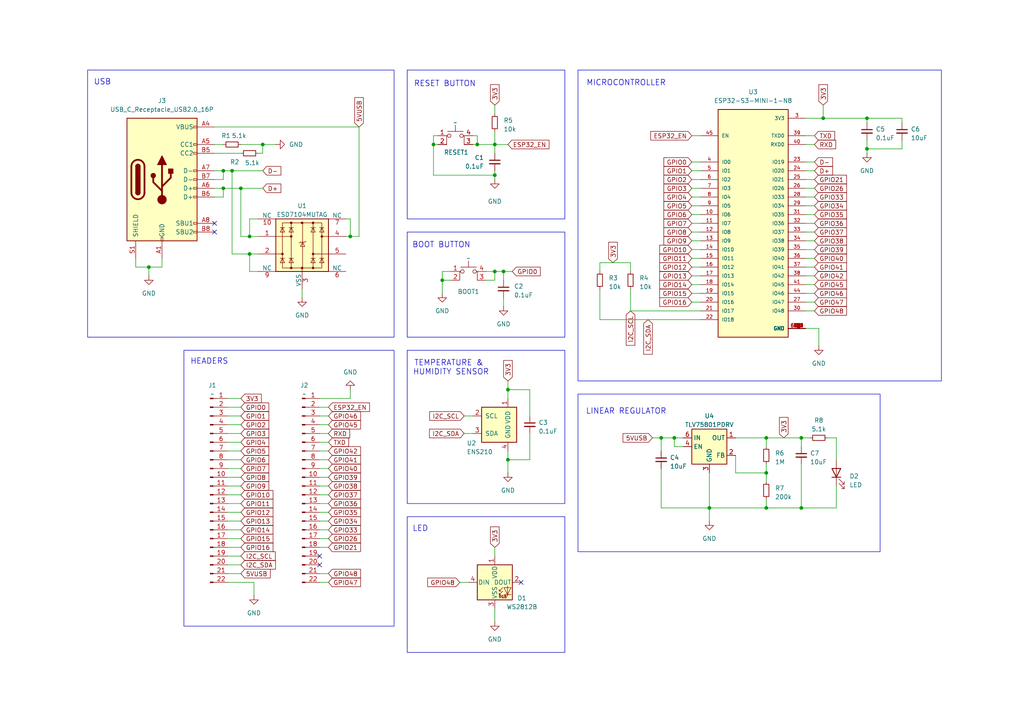
<source format=kicad_sch>
(kicad_sch (version 20231120) (generator "eeschema") (generator_version "8.0")
  (paper "A4")
  (title_block (title "Custom EPS32") (date "2025-02-02") (rev "0.1"))
  (lib_symbols
    (symbol "Connector:Conn_01x22_Pin" (pin_names (offset 1.016) hide)
      (property "Reference" "J" (at 0 27.94 0))
      (property "Value" "Conn_01x22_Pin" (at 0 -30.48 0))
      (symbol "Conn_01x22_Pin_1_1"
        (pin passive line (at 5.08 25.4 180) (length 3.81) (name "Pin_1") (number "1"))
        (pin passive line (at 5.08 2.54 180) (length 3.81) (name "Pin_10") (number "10"))
        (pin passive line (at 5.08 0 180) (length 3.81) (name "Pin_11") (number "11"))
        (pin passive line (at 5.08 -2.54 180) (length 3.81) (name "Pin_12") (number "12"))
        (pin passive line (at 5.08 -5.08 180) (length 3.81) (name "Pin_13") (number "13"))
        (pin passive line (at 5.08 -7.62 180) (length 3.81) (name "Pin_14") (number "14"))
        (pin passive line (at 5.08 -10.16 180) (length 3.81) (name "Pin_15") (number "15"))
        (pin passive line (at 5.08 -12.7 180) (length 3.81) (name "Pin_16") (number "16"))
        (pin passive line (at 5.08 -15.24 180) (length 3.81) (name "Pin_17") (number "17"))
        (pin passive line (at 5.08 -17.78 180) (length 3.81) (name "Pin_18") (number "18"))
        (pin passive line (at 5.08 -20.32 180) (length 3.81) (name "Pin_19") (number "19"))
        (pin passive line (at 5.08 22.86 180) (length 3.81) (name "Pin_2") (number "2"))
        (pin passive line (at 5.08 -22.86 180) (length 3.81) (name "Pin_20") (number "20"))
        (pin passive line (at 5.08 -25.4 180) (length 3.81) (name "Pin_21") (number "21"))
        (pin passive line (at 5.08 -27.94 180) (length 3.81) (name "Pin_22") (number "22"))
        (pin passive line (at 5.08 20.32 180) (length 3.81) (name "Pin_3") (number "3"))
        (pin passive line (at 5.08 17.78 180) (length 3.81) (name "Pin_4") (number "4"))
        (pin passive line (at 5.08 15.24 180) (length 3.81) (name "Pin_5") (number "5"))
        (pin passive line (at 5.08 12.7 180) (length 3.81) (name "Pin_6") (number "6"))
        (pin passive line (at 5.08 10.16 180) (length 3.81) (name "Pin_7") (number "7"))
        (pin passive line (at 5.08 7.62 180) (length 3.81) (name "Pin_8") (number "8"))
        (pin passive line (at 5.08 5.08 180) (length 3.81) (name "Pin_9") (number "9"))
      )
    )
    (symbol "Connector:USB_C_Receptacle_USB2.0_16P" (pin_names (offset 1.016))
      (property "Reference" "J" (at 0 22.225 0))
      (property "Value" "USB_C_Receptacle_USB2.0_16P" (at 0 19.685 0))
      (symbol "USB_C_Receptacle_USB2.0_16P_1_1"
        (pin passive line (at 0 -22.86 90) (length 5.08) (name "GND") (number "A1"))
        (pin passive line (at 0 -22.86 90) (length 5.08) hide (name "GND") (number "A12"))
        (pin passive line (at 15.24 15.24 180) (length 5.08) (name "VBUS") (number "A4"))
        (pin bidirectional line (at 15.24 10.16 180) (length 5.08) (name "CC1") (number "A5"))
        (pin bidirectional line (at 15.24 -2.54 180) (length 5.08) (name "D+") (number "A6"))
        (pin bidirectional line (at 15.24 2.54 180) (length 5.08) (name "D-") (number "A7"))
        (pin bidirectional line (at 15.24 -12.7 180) (length 5.08) (name "SBU1") (number "A8"))
        (pin passive line (at 15.24 15.24 180) (length 5.08) hide (name "VBUS") (number "A9"))
        (pin passive line (at 0 -22.86 90) (length 5.08) hide (name "GND") (number "B1"))
        (pin passive line (at 0 -22.86 90) (length 5.08) hide (name "GND") (number "B12"))
        (pin passive line (at 15.24 15.24 180) (length 5.08) hide (name "VBUS") (number "B4"))
        (pin bidirectional line (at 15.24 7.62 180) (length 5.08) (name "CC2") (number "B5"))
        (pin bidirectional line (at 15.24 -5.08 180) (length 5.08) (name "D+") (number "B6"))
        (pin bidirectional line (at 15.24 0 180) (length 5.08) (name "D-") (number "B7"))
        (pin bidirectional line (at 15.24 -15.24 180) (length 5.08) (name "SBU2") (number "B8"))
        (pin passive line (at 15.24 15.24 180) (length 5.08) hide (name "VBUS") (number "B9"))
        (pin passive line (at -7.62 -22.86 90) (length 5.08) (name "SHIELD") (number "S1"))
      )
    )
    (symbol "Device:C_Small" (pin_numbers hide) (pin_names (offset 0.254) hide)
      (property "Reference" "C" (at 0.254 1.778 0))
      (property "Value" "C_Small" (at 0.254 -2.032 0))
      (symbol "C_Small_1_1"
        (pin passive line (at 0 2.54 270) (length 2.032) (name "~") (number "1"))
        (pin passive line (at 0 -2.54 90) (length 2.032) (name "~") (number "2"))
      )
    )
    (symbol "Device:LED" (pin_numbers hide) (pin_names (offset 1.016) hide)
      (property "Reference" "D" (at 0 2.54 0))
      (property "Value" "LED" (at 0 -2.54 0))
      (symbol "LED_1_1"
        (pin passive line (at -3.81 0 0) (length 2.54) (name "K") (number "1"))
        (pin passive line (at 3.81 0 180) (length 2.54) (name "A") (number "2"))
      )
    )
    (symbol "Device:R_Small" (pin_numbers hide) (pin_names (offset 0.254) hide)
      (property "Reference" "R" (at 0.762 0.508 0))
      (property "Value" "R_Small" (at 0.762 -1.016 0))
      (symbol "R_Small_1_1"
        (pin passive line (at 0 2.54 270) (length 0.762) (name "~") (number "1"))
        (pin passive line (at 0 -2.54 90) (length 0.762) (name "~") (number "2"))
      )
    )
    (symbol "ESP32-S3-MINI-1-N8:ESP32-S3-MINI-1-N8" (pin_names (offset 1.016))
      (property "Reference" "U" (at -10.16 34.29 0))
      (property "Value" "ESP32-S3-MINI-1-N8" (at -10.16 -35.56 0))
      (symbol "ESP32-S3-MINI-1-N8_0_0"
        (pin power_in line (at 15.24 -30.48 180) (length 5.08) (name "GND") (number "1"))
        (pin bidirectional line (at -15.24 2.54 0) (length 5.08) (name "IO6") (number "10"))
        (pin bidirectional line (at -15.24 0 0) (length 5.08) (name "IO7") (number "11"))
        (pin bidirectional line (at -15.24 -2.54 0) (length 5.08) (name "IO8") (number "12"))
        (pin bidirectional line (at -15.24 -5.08 0) (length 5.08) (name "IO9") (number "13"))
        (pin bidirectional line (at -15.24 -7.62 0) (length 5.08) (name "IO10") (number "14"))
        (pin bidirectional line (at -15.24 -10.16 0) (length 5.08) (name "IO11") (number "15"))
        (pin bidirectional line (at -15.24 -12.7 0) (length 5.08) (name "IO12") (number "16"))
        (pin bidirectional line (at -15.24 -15.24 0) (length 5.08) (name "IO13") (number "17"))
        (pin bidirectional line (at -15.24 -17.78 0) (length 5.08) (name "IO14") (number "18"))
        (pin bidirectional line (at -15.24 -20.32 0) (length 5.08) (name "IO15") (number "19"))
        (pin power_in line (at 15.24 -30.48 180) (length 5.08) (name "GND") (number "2"))
        (pin bidirectional line (at -15.24 -22.86 0) (length 5.08) (name "IO16") (number "20"))
        (pin bidirectional line (at -15.24 -25.4 0) (length 5.08) (name "IO17") (number "21"))
        (pin bidirectional line (at -15.24 -27.94 0) (length 5.08) (name "IO18") (number "22"))
        (pin bidirectional line (at 15.24 17.78 180) (length 5.08) (name "IO19") (number "23"))
        (pin bidirectional line (at 15.24 15.24 180) (length 5.08) (name "IO20") (number "24"))
        (pin bidirectional line (at 15.24 12.7 180) (length 5.08) (name "IO21") (number "25"))
        (pin bidirectional line (at 15.24 10.16 180) (length 5.08) (name "IO26") (number "26"))
        (pin bidirectional line (at 15.24 -22.86 180) (length 5.08) (name "IO47") (number "27"))
        (pin bidirectional line (at 15.24 7.62 180) (length 5.08) (name "IO33") (number "28"))
        (pin bidirectional line (at 15.24 5.08 180) (length 5.08) (name "IO34") (number "29"))
        (pin power_in line (at 15.24 30.48 180) (length 5.08) (name "3V3") (number "3"))
        (pin bidirectional line (at 15.24 -25.4 180) (length 5.08) (name "IO48") (number "30"))
        (pin bidirectional line (at 15.24 2.54 180) (length 5.08) (name "IO35") (number "31"))
        (pin bidirectional line (at 15.24 0 180) (length 5.08) (name "IO36") (number "32"))
        (pin bidirectional line (at 15.24 -2.54 180) (length 5.08) (name "IO37") (number "33"))
        (pin bidirectional line (at 15.24 -5.08 180) (length 5.08) (name "IO38") (number "34"))
        (pin bidirectional line (at 15.24 -7.62 180) (length 5.08) (name "IO39") (number "35"))
        (pin bidirectional line (at 15.24 -10.16 180) (length 5.08) (name "IO40") (number "36"))
        (pin bidirectional line (at 15.24 -12.7 180) (length 5.08) (name "IO41") (number "37"))
        (pin bidirectional line (at 15.24 -15.24 180) (length 5.08) (name "IO42") (number "38"))
        (pin bidirectional line (at 15.24 25.4 180) (length 5.08) (name "TXD0") (number "39"))
        (pin bidirectional line (at -15.24 17.78 0) (length 5.08) (name "IO0") (number "4"))
        (pin bidirectional line (at 15.24 22.86 180) (length 5.08) (name "RXD0") (number "40"))
        (pin bidirectional line (at 15.24 -17.78 180) (length 5.08) (name "IO45") (number "41"))
        (pin power_in line (at 15.24 -30.48 180) (length 5.08) (name "GND") (number "42"))
        (pin power_in line (at 15.24 -30.48 180) (length 5.08) (name "GND") (number "43"))
        (pin bidirectional line (at 15.24 -20.32 180) (length 5.08) (name "IO46") (number "44"))
        (pin input line (at -15.24 25.4 0) (length 5.08) (name "EN") (number "45"))
        (pin power_in line (at 15.24 -30.48 180) (length 5.08) (name "GND") (number "46"))
        (pin power_in line (at 15.24 -30.48 180) (length 5.08) (name "GND") (number "47"))
        (pin power_in line (at 15.24 -30.48 180) (length 5.08) (name "GND") (number "48"))
        (pin power_in line (at 15.24 -30.48 180) (length 5.08) (name "GND") (number "49"))
        (pin bidirectional line (at -15.24 15.24 0) (length 5.08) (name "IO1") (number "5"))
        (pin power_in line (at 15.24 -30.48 180) (length 5.08) (name "GND") (number "50"))
        (pin power_in line (at 15.24 -30.48 180) (length 5.08) (name "GND") (number "51"))
        (pin power_in line (at 15.24 -30.48 180) (length 5.08) (name "GND") (number "52"))
        (pin power_in line (at 15.24 -30.48 180) (length 5.08) (name "GND") (number "53"))
        (pin power_in line (at 15.24 -30.48 180) (length 5.08) (name "GND") (number "54"))
        (pin power_in line (at 15.24 -30.48 180) (length 5.08) (name "GND") (number "55"))
        (pin power_in line (at 15.24 -30.48 180) (length 5.08) (name "GND") (number "56"))
        (pin power_in line (at 15.24 -30.48 180) (length 5.08) (name "GND") (number "57"))
        (pin power_in line (at 15.24 -30.48 180) (length 5.08) (name "GND") (number "58"))
        (pin power_in line (at 15.24 -30.48 180) (length 5.08) (name "GND") (number "59"))
        (pin bidirectional line (at -15.24 12.7 0) (length 5.08) (name "IO2") (number "6"))
        (pin power_in line (at 15.24 -30.48 180) (length 5.08) (name "GND") (number "60"))
        (pin power_in line (at 15.24 -30.48 180) (length 5.08) (name "GND") (number "61"))
        (pin power_in line (at 15.24 -30.48 180) (length 5.08) (name "GND") (number "61_1"))
        (pin power_in line (at 15.24 -30.48 180) (length 5.08) (name "GND") (number "61_2"))
        (pin power_in line (at 15.24 -30.48 180) (length 5.08) (name "GND") (number "61_3"))
        (pin power_in line (at 15.24 -30.48 180) (length 5.08) (name "GND") (number "61_4"))
        (pin power_in line (at 15.24 -30.48 180) (length 5.08) (name "GND") (number "61_5"))
        (pin power_in line (at 15.24 -30.48 180) (length 5.08) (name "GND") (number "61_6"))
        (pin power_in line (at 15.24 -30.48 180) (length 5.08) (name "GND") (number "61_7"))
        (pin power_in line (at 15.24 -30.48 180) (length 5.08) (name "GND") (number "61_8"))
        (pin power_in line (at 15.24 -30.48 180) (length 5.08) (name "GND") (number "62"))
        (pin power_in line (at 15.24 -30.48 180) (length 5.08) (name "GND") (number "63"))
        (pin power_in line (at 15.24 -30.48 180) (length 5.08) (name "GND") (number "64"))
        (pin power_in line (at 15.24 -30.48 180) (length 5.08) (name "GND") (number "65"))
        (pin bidirectional line (at -15.24 10.16 0) (length 5.08) (name "IO3") (number "7"))
        (pin bidirectional line (at -15.24 7.62 0) (length 5.08) (name "IO4") (number "8"))
        (pin bidirectional line (at -15.24 5.08 0) (length 5.08) (name "IO5") (number "9"))
      )
    )
    (symbol "GND_1" (power) (pin_numbers hide) (pin_names (offset 0) hide)
      (property "Value" "GND" (at 0 -3.81 0))
      (symbol "GND_1_1_1"
        (pin power_in line (at 0 0 270) (length 0) (name "~") (number "1"))
      )
    )
    (symbol "GND_2" (power) (pin_numbers hide) (pin_names (offset 0) hide)
      (property "Value" "GND" (at 0 -3.81 0))
      (symbol "GND_2_1_1"
        (pin power_in line (at 0 0 270) (length 0) (name "~") (number "1"))
      )
    )
    (symbol "GND_3" (power) (pin_numbers hide) (pin_names (offset 0) hide)
      (property "Value" "GND" (at 0 -3.81 0))
      (symbol "GND_3_1_1"
        (pin power_in line (at 0 0 270) (length 0) (name "~") (number "1"))
      )
    )
    (symbol "LED:WS2812B" (pin_names (offset 0.254))
      (property "Reference" "D" (at 5.08 5.715 0))
      (property "Value" "WS2812B" (at 1.27 -5.715 0))
      (symbol "WS2812B_0_0"
        (text "RGB" (at 2.286 -4.191 0) (effects (font (size 0.762 0.762))))
      )
      (symbol "WS2812B_1_1"
        (pin power_in line (at 0 7.62 270) (length 2.54) (name "VDD") (number "1"))
        (pin output line (at 7.62 0 180) (length 2.54) (name "DOUT") (number "2"))
        (pin power_in line (at 0 -7.62 90) (length 2.54) (name "VSS") (number "3"))
        (pin input line (at -7.62 0 0) (length 2.54) (name "DIN") (number "4"))
      )
    )
    (symbol "Power_Protection:D3V3XA4B10LP" (pin_names (offset 0))
      (property "Reference" "U" (at -0.635 8.89 0))
      (property "Value" "D3V3XA4B10LP" (at 8.89 -10.16 0))
      (symbol "D3V3XA4B10LP_1_1"
        (pin passive line (at -12.7 2.54 0) (length 5.08) (name "~") (number "1"))
        (pin free line (at -12.7 7.62 0) (length 5.08) (name "NC") (number "10"))
        (pin passive line (at -12.7 -2.54 0) (length 5.08) (name "~") (number "2"))
        (pin power_in line (at 0 -12.7 90) (length 5.08) (name "VSS") (number "3"))
        (pin passive line (at 12.7 2.54 180) (length 5.08) (name "~") (number "4"))
        (pin passive line (at 12.7 -2.54 180) (length 5.08) (name "~") (number "5"))
        (pin free line (at 12.7 -7.62 180) (length 5.08) (name "NC") (number "6"))
        (pin free line (at 12.7 7.62 180) (length 5.08) (name "NC") (number "7"))
        (pin passive line (at 0 -12.7 90) (length 5.08) hide (name "VSS") (number "8"))
        (pin free line (at -12.7 -7.62 0) (length 5.08) (name "NC") (number "9"))
      )
    )
    (symbol "Regulator_Linear:TLV75801PDRV"
      (property "Reference" "U" (at -3.81 6.35 0))
      (property "Value" "TLV75801PDRV" (at 0 6.35 0))
      (symbol "TLV75801PDRV_1_1"
        (pin power_out line (at 7.62 2.54 180) (length 2.54) (name "OUT") (number "1"))
        (pin input line (at 7.62 -2.54 180) (length 2.54) (name "FB") (number "2"))
        (pin power_in line (at 0 -7.62 90) (length 2.54) (name "GND") (number "3"))
        (pin input line (at -7.62 0 0) (length 2.54) (name "EN") (number "4"))
        (pin no_connect line (at 5.08 0 180) (length 2.54) hide (name "DNC") (number "5"))
        (pin power_in line (at -7.62 2.54 0) (length 2.54) (name "IN") (number "6"))
        (pin passive line (at 0 -7.62 90) (length 2.54) hide (name "GND") (number "7"))
      )
    )
    (symbol "Sensor_Humidity:ENS210" (pin_names (offset 1.016))
      (property "Reference" "U" (at -7.62 10.16 0))
      (property "Value" "ENS210" (at -7.62 7.62 0))
      (symbol "ENS210_1_1"
        (pin power_in line (at 2.54 7.62 270) (length 2.54) (name "VDD") (number "1"))
        (pin input line (at -7.62 2.54 0) (length 2.54) (name "SCL") (number "2"))
        (pin bidirectional line (at -7.62 -2.54 0) (length 2.54) (name "SDA") (number "3"))
        (pin power_in line (at 2.54 -7.62 90) (length 2.54) (name "GND") (number "4"))
        (pin passive line (at 2.54 -7.62 90) (length 2.54) hide (name "GND") (number "5"))
      )
    )
    (symbol "Switch:SW_MEC_5E" (pin_names (offset 1.016) hide)
      (property "Reference" "SW" (at 0.635 5.715 0))
      (property "Value" "SW_MEC_5E" (at 0 -3.175 0))
      (symbol "SW_MEC_5E_0_1"
        (pin passive line (at -5.08 2.54 0) (length 2.54) (name "1") (number "1"))
        (pin passive line (at -5.08 0 0) (length 2.54) (name "2") (number "2"))
        (pin passive line (at 5.08 0 180) (length 2.54) (name "K") (number "3"))
        (pin passive line (at 5.08 2.54 180) (length 2.54) (name "A") (number "4"))
      )
    )
  )
  (junction (at 147.32 113.03))
  (junction (at 76.2 41.91))
  (junction (at 69.85 54.61))
  (junction (at 125.73 41.91))
  (junction (at 138.43 41.91))
  (junction (at 195.58 127))
  (junction (at 205.74 147.32))
  (junction (at 64.77 49.53))
  (junction (at 232.41 127))
  (junction (at 143.51 78.74))
  (junction (at 101.6 68.58))
  (junction (at 222.25 137.16))
  (junction (at 222.25 127))
  (junction (at 67.31 49.53))
  (junction (at 72.39 68.58))
  (junction (at 146.05 78.74))
  (junction (at 232.41 147.32))
  (junction (at 64.77 54.61))
  (junction (at 143.51 50.8))
  (junction (at 222.25 147.32))
  (junction (at 43.18 77.47))
  (junction (at 147.32 133.35))
  (junction (at 238.76 34.29))
  (junction (at 143.51 41.91))
  (junction (at 128.27 81.28))
  (junction (at 251.46 43.18))
  (junction (at 191.77 127))
  (junction (at 251.46 34.29))
  (junction (at 72.39 73.66))
  (no_connect (at 151.13 168.91))
  (no_connect (at 62.23 67.31))
  (no_connect (at 62.23 64.77))
  (no_connect (at 92.71 163.83))
  (no_connect (at 92.71 161.29))
  (wire (pts (xy 92.71 148.59) (xy 95.25 148.59)))
  (wire (pts (xy 66.04 153.67) (xy 69.85 153.67)))
  (wire (pts (xy 200.66 52.07) (xy 203.2 52.07)))
  (wire (pts (xy 238.76 30.48) (xy 238.76 34.29)))
  (wire (pts (xy 233.68 95.25) (xy 237.49 95.25)))
  (wire (pts (xy 191.77 127) (xy 195.58 127)))
  (wire (pts (xy 92.71 133.35) (xy 95.25 133.35)))
  (wire (pts (xy 146.05 86.36) (xy 146.05 88.9)))
  (wire (pts (xy 238.76 34.29) (xy 251.46 34.29)))
  (wire (pts (xy 92.71 156.21) (xy 95.25 156.21)))
  (wire (pts (xy 62.23 57.15) (xy 64.77 57.15)))
  (wire (pts (xy 173.99 76.2) (xy 182.88 76.2)))
  (wire (pts (xy 92.71 151.13) (xy 95.25 151.13)))
  (wire (pts (xy 76.2 44.45) (xy 76.2 41.91)))
  (wire (pts (xy 92.71 138.43) (xy 95.25 138.43)))
  (wire (pts (xy 205.74 147.32) (xy 222.25 147.32)))
  (wire (pts (xy 240.03 127) (xy 242.57 127)))
  (wire (pts (xy 76.2 41.91) (xy 80.01 41.91)))
  (wire (pts (xy 66.04 130.81) (xy 69.85 130.81)))
  (wire (pts (xy 205.74 147.32) (xy 205.74 151.13)))
  (wire (pts (xy 261.62 35.56) (xy 261.62 34.29)))
  (wire (pts (xy 64.77 54.61) (xy 69.85 54.61)))
  (wire (pts (xy 200.66 82.55) (xy 203.2 82.55)))
  (wire (pts (xy 222.25 144.78) (xy 222.25 147.32)))
  (wire (pts (xy 62.23 41.91) (xy 64.77 41.91)))
  (wire (pts (xy 222.25 137.16) (xy 222.25 139.7)))
  (wire (pts (xy 182.88 76.2) (xy 182.88 78.74)))
  (wire (pts (xy 143.51 38.1) (xy 143.51 41.91)))
  (wire (pts (xy 173.99 92.71) (xy 203.2 92.71)))
  (wire (pts (xy 233.68 74.93) (xy 236.22 74.93)))
  (wire (pts (xy 233.68 69.85) (xy 236.22 69.85)))
  (wire (pts (xy 222.25 134.62) (xy 222.25 137.16)))
  (wire (pts (xy 143.51 49.53) (xy 143.51 50.8)))
  (wire (pts (xy 137.16 39.37) (xy 138.43 39.37)))
  (wire (pts (xy 251.46 34.29) (xy 261.62 34.29)))
  (wire (pts (xy 67.31 73.66) (xy 72.39 73.66)))
  (wire (pts (xy 66.04 125.73) (xy 69.85 125.73)))
  (wire (pts (xy 140.97 81.28) (xy 143.51 81.28)))
  (wire (pts (xy 137.16 41.91) (xy 138.43 41.91)))
  (wire (pts (xy 64.77 57.15) (xy 64.77 54.61)))
  (wire (pts (xy 233.68 87.63) (xy 236.22 87.63)))
  (wire (pts (xy 92.71 143.51) (xy 95.25 143.51)))
  (wire (pts (xy 233.68 82.55) (xy 236.22 82.55)))
  (wire (pts (xy 92.71 158.75) (xy 95.25 158.75)))
  (wire (pts (xy 39.37 74.93) (xy 39.37 77.47)))
  (wire (pts (xy 200.66 57.15) (xy 203.2 57.15)))
  (wire (pts (xy 66.04 133.35) (xy 69.85 133.35)))
  (wire (pts (xy 62.23 49.53) (xy 64.77 49.53)))
  (wire (pts (xy 200.66 39.37) (xy 203.2 39.37)))
  (wire (pts (xy 146.05 81.28) (xy 146.05 78.74)))
  (wire (pts (xy 213.36 137.16) (xy 222.25 137.16)))
  (wire (pts (xy 92.71 166.37) (xy 95.25 166.37)))
  (wire (pts (xy 233.68 80.01) (xy 236.22 80.01)))
  (wire (pts (xy 46.99 74.93) (xy 46.99 77.47)))
  (wire (pts (xy 222.25 127) (xy 232.41 127)))
  (wire (pts (xy 130.81 78.74) (xy 128.27 78.74)))
  (wire (pts (xy 73.66 168.91) (xy 73.66 172.72)))
  (wire (pts (xy 200.66 77.47) (xy 203.2 77.47)))
  (wire (pts (xy 62.23 44.45) (xy 69.85 44.45)))
  (wire (pts (xy 66.04 138.43) (xy 69.85 138.43)))
  (wire (pts (xy 153.67 133.35) (xy 147.32 133.35)))
  (wire (pts (xy 101.6 63.5) (xy 101.6 68.58)))
  (wire (pts (xy 200.66 49.53) (xy 203.2 49.53)))
  (wire (pts (xy 222.25 127) (xy 222.25 129.54)))
  (wire (pts (xy 147.32 113.03) (xy 147.32 115.57)))
  (wire (pts (xy 182.88 90.17) (xy 203.2 90.17)))
  (wire (pts (xy 251.46 43.18) (xy 251.46 44.45)))
  (wire (pts (xy 233.68 67.31) (xy 236.22 67.31)))
  (wire (pts (xy 153.67 125.73) (xy 153.67 133.35)))
  (wire (pts (xy 200.66 54.61) (xy 203.2 54.61)))
  (wire (pts (xy 200.66 87.63) (xy 203.2 87.63)))
  (wire (pts (xy 69.85 41.91) (xy 76.2 41.91)))
  (wire (pts (xy 66.04 140.97) (xy 69.85 140.97)))
  (wire (pts (xy 200.66 69.85) (xy 203.2 69.85)))
  (wire (pts (xy 147.32 130.81) (xy 147.32 133.35)))
  (wire (pts (xy 92.71 140.97) (xy 95.25 140.97)))
  (wire (pts (xy 233.68 41.91) (xy 236.22 41.91)))
  (wire (pts (xy 125.73 41.91) (xy 127 41.91)))
  (wire (pts (xy 66.04 143.51) (xy 69.85 143.51)))
  (wire (pts (xy 66.04 163.83) (xy 69.85 163.83)))
  (wire (pts (xy 200.66 46.99) (xy 203.2 46.99)))
  (wire (pts (xy 200.66 80.01) (xy 203.2 80.01)))
  (wire (pts (xy 233.68 85.09) (xy 236.22 85.09)))
  (wire (pts (xy 66.04 156.21) (xy 69.85 156.21)))
  (wire (pts (xy 66.04 148.59) (xy 69.85 148.59)))
  (wire (pts (xy 64.77 49.53) (xy 67.31 49.53)))
  (wire (pts (xy 143.51 176.53) (xy 143.51 180.34)))
  (wire (pts (xy 195.58 129.54) (xy 195.58 127)))
  (wire (pts (xy 143.51 33.02) (xy 143.51 30.48)))
  (wire (pts (xy 101.6 113.03) (xy 101.6 115.57)))
  (wire (pts (xy 104.14 36.83) (xy 104.14 68.58)))
  (wire (pts (xy 138.43 41.91) (xy 143.51 41.91)))
  (wire (pts (xy 101.6 63.5) (xy 100.33 63.5)))
  (wire (pts (xy 233.68 90.17) (xy 236.22 90.17)))
  (wire (pts (xy 66.04 151.13) (xy 69.85 151.13)))
  (wire (pts (xy 125.73 39.37) (xy 125.73 41.91)))
  (wire (pts (xy 67.31 73.66) (xy 67.31 49.53)))
  (wire (pts (xy 146.05 78.74) (xy 148.59 78.74)))
  (wire (pts (xy 66.04 115.57) (xy 69.85 115.57)))
  (wire (pts (xy 200.66 59.69) (xy 203.2 59.69)))
  (wire (pts (xy 233.68 34.29) (xy 238.76 34.29)))
  (wire (pts (xy 198.12 129.54) (xy 195.58 129.54)))
  (wire (pts (xy 128.27 81.28) (xy 128.27 85.09)))
  (wire (pts (xy 200.66 72.39) (xy 203.2 72.39)))
  (wire (pts (xy 200.66 74.93) (xy 203.2 74.93)))
  (wire (pts (xy 92.71 120.65) (xy 95.25 120.65)))
  (wire (pts (xy 233.68 64.77) (xy 236.22 64.77)))
  (wire (pts (xy 200.66 64.77) (xy 203.2 64.77)))
  (wire (pts (xy 233.68 77.47) (xy 236.22 77.47)))
  (wire (pts (xy 134.62 125.73) (xy 137.16 125.73)))
  (wire (pts (xy 146.05 78.74) (xy 143.51 78.74)))
  (wire (pts (xy 134.62 120.65) (xy 137.16 120.65)))
  (wire (pts (xy 232.41 147.32) (xy 242.57 147.32)))
  (wire (pts (xy 92.71 123.19) (xy 95.25 123.19)))
  (wire (pts (xy 191.77 147.32) (xy 191.77 135.89)))
  (wire (pts (xy 232.41 134.62) (xy 232.41 147.32)))
  (wire (pts (xy 74.93 44.45) (xy 76.2 44.45)))
  (wire (pts (xy 100.33 68.58) (xy 101.6 68.58)))
  (wire (pts (xy 233.68 57.15) (xy 236.22 57.15)))
  (wire (pts (xy 66.04 135.89) (xy 69.85 135.89)))
  (wire (pts (xy 173.99 83.82) (xy 173.99 92.71)))
  (wire (pts (xy 251.46 35.56) (xy 251.46 34.29)))
  (wire (pts (xy 128.27 81.28) (xy 130.81 81.28)))
  (wire (pts (xy 173.99 76.2) (xy 173.99 78.74)))
  (wire (pts (xy 74.93 63.5) (xy 72.39 63.5)))
  (wire (pts (xy 39.37 77.47) (xy 43.18 77.47)))
  (wire (pts (xy 66.04 118.11) (xy 69.85 118.11)))
  (wire (pts (xy 242.57 140.97) (xy 242.57 147.32)))
  (wire (pts (xy 92.71 128.27) (xy 95.25 128.27)))
  (wire (pts (xy 222.25 127) (xy 213.36 127)))
  (wire (pts (xy 66.04 146.05) (xy 69.85 146.05)))
  (wire (pts (xy 189.23 127) (xy 191.77 127)))
  (wire (pts (xy 72.39 78.74) (xy 72.39 73.66)))
  (wire (pts (xy 153.67 113.03) (xy 147.32 113.03)))
  (wire (pts (xy 232.41 127) (xy 234.95 127)))
  (wire (pts (xy 233.68 52.07) (xy 236.22 52.07)))
  (wire (pts (xy 191.77 147.32) (xy 205.74 147.32)))
  (wire (pts (xy 205.74 137.16) (xy 205.74 147.32)))
  (wire (pts (xy 62.23 52.07) (xy 64.77 52.07)))
  (wire (pts (xy 233.68 62.23) (xy 236.22 62.23)))
  (wire (pts (xy 232.41 129.54) (xy 232.41 127)))
  (wire (pts (xy 69.85 68.58) (xy 72.39 68.58)))
  (wire (pts (xy 147.32 133.35) (xy 147.32 137.16)))
  (wire (pts (xy 66.04 128.27) (xy 69.85 128.27)))
  (wire (pts (xy 43.18 80.01) (xy 43.18 77.47)))
  (wire (pts (xy 92.71 125.73) (xy 95.25 125.73)))
  (wire (pts (xy 92.71 115.57) (xy 101.6 115.57)))
  (wire (pts (xy 143.51 50.8) (xy 143.51 52.07)))
  (wire (pts (xy 143.51 81.28) (xy 143.51 78.74)))
  (wire (pts (xy 69.85 54.61) (xy 76.2 54.61)))
  (wire (pts (xy 200.66 62.23) (xy 203.2 62.23)))
  (wire (pts (xy 127 39.37) (xy 125.73 39.37)))
  (wire (pts (xy 138.43 39.37) (xy 138.43 41.91)))
  (wire (pts (xy 233.68 46.99) (xy 236.22 46.99)))
  (wire (pts (xy 140.97 78.74) (xy 143.51 78.74)))
  (wire (pts (xy 72.39 63.5) (xy 72.39 68.58)))
  (wire (pts (xy 66.04 120.65) (xy 69.85 120.65)))
  (wire (pts (xy 92.71 135.89) (xy 95.25 135.89)))
  (wire (pts (xy 125.73 50.8) (xy 125.73 41.91)))
  (wire (pts (xy 233.68 59.69) (xy 236.22 59.69)))
  (wire (pts (xy 242.57 127) (xy 242.57 133.35)))
  (wire (pts (xy 233.68 49.53) (xy 236.22 49.53)))
  (wire (pts (xy 66.04 166.37) (xy 69.85 166.37)))
  (wire (pts (xy 74.93 68.58) (xy 72.39 68.58)))
  (wire (pts (xy 66.04 168.91) (xy 73.66 168.91)))
  (wire (pts (xy 143.51 161.29) (xy 143.51 158.75)))
  (wire (pts (xy 200.66 85.09) (xy 203.2 85.09)))
  (wire (pts (xy 87.63 83.82) (xy 87.63 86.36)))
  (wire (pts (xy 92.71 118.11) (xy 95.25 118.11)))
  (wire (pts (xy 92.71 146.05) (xy 95.25 146.05)))
  (wire (pts (xy 92.71 168.91) (xy 95.25 168.91)))
  (wire (pts (xy 62.23 36.83) (xy 104.14 36.83)))
  (wire (pts (xy 191.77 127) (xy 191.77 130.81)))
  (wire (pts (xy 195.58 127) (xy 198.12 127)))
  (wire (pts (xy 74.93 78.74) (xy 72.39 78.74)))
  (wire (pts (xy 67.31 49.53) (xy 76.2 49.53)))
  (wire (pts (xy 66.04 123.19) (xy 69.85 123.19)))
  (wire (pts (xy 72.39 73.66) (xy 74.93 73.66)))
  (wire (pts (xy 128.27 78.74) (xy 128.27 81.28)))
  (wire (pts (xy 143.51 41.91) (xy 143.51 44.45)))
  (wire (pts (xy 62.23 54.61) (xy 64.77 54.61)))
  (wire (pts (xy 200.66 67.31) (xy 203.2 67.31)))
  (wire (pts (xy 147.32 110.49) (xy 147.32 113.03)))
  (wire (pts (xy 104.14 68.58) (xy 101.6 68.58)))
  (wire (pts (xy 251.46 40.64) (xy 251.46 43.18)))
  (wire (pts (xy 233.68 39.37) (xy 236.22 39.37)))
  (wire (pts (xy 143.51 50.8) (xy 125.73 50.8)))
  (wire (pts (xy 261.62 40.64) (xy 261.62 43.18)))
  (wire (pts (xy 92.71 130.81) (xy 95.25 130.81)))
  (wire (pts (xy 69.85 54.61) (xy 69.85 68.58)))
  (wire (pts (xy 237.49 95.25) (xy 237.49 100.33)))
  (wire (pts (xy 153.67 120.65) (xy 153.67 113.03)))
  (wire (pts (xy 133.35 168.91) (xy 135.89 168.91)))
  (wire (pts (xy 66.04 158.75) (xy 69.85 158.75)))
  (wire (pts (xy 92.71 153.67) (xy 95.25 153.67)))
  (wire (pts (xy 261.62 43.18) (xy 251.46 43.18)))
  (wire (pts (xy 143.51 41.91) (xy 147.32 41.91)))
  (wire (pts (xy 66.04 161.29) (xy 69.85 161.29)))
  (wire (pts (xy 222.25 147.32) (xy 232.41 147.32)))
  (wire (pts (xy 213.36 132.08) (xy 213.36 137.16)))
  (wire (pts (xy 233.68 54.61) (xy 236.22 54.61)))
  (wire (pts (xy 46.99 77.47) (xy 43.18 77.47)))
  (wire (pts (xy 182.88 83.82) (xy 182.88 90.17)))
  (wire (pts (xy 233.68 72.39) (xy 236.22 72.39)))
  (wire (pts (xy 64.77 52.07) (xy 64.77 49.53)))
  (rectangle (start 25.4 20.32) (end 114.3 97.79))
  (rectangle (start 118.11 67.31) (end 163.83 97.79))
  (rectangle (start 118.11 20.32) (end 163.83 63.5))
  (rectangle (start 118.11 101.6) (end 163.83 146.05))
  (rectangle (start 167.64 20.32) (end 273.05 110.49))
  (rectangle (start 118.11 149.86) (end 163.83 189.23))
  (rectangle (start 167.64 114.3) (end 255.27 160.02))
  (rectangle (start 53.34 101.6) (end 114.3 181.61))
  (text "RESET BUTTON" (at 129.032 24.384 0) (effects (font (size 1.6256 1.6256))))
  (text "MICROCONTROLLER" (at 181.61 24.13 0) (effects (font (size 1.6256 1.6256))))
  (text "LINEAR REGULATOR\n" (at 181.61 119.38 0) (effects (font (size 1.6256 1.6256))))
  (text "LED" (at 121.92 153.416 0) (effects (font (size 1.6256 1.6256))))
  (text "BOOT BUTTON" (at 128.016 71.12 0) (effects (font (size 1.6256 1.6256))))
  (text "TEMPERATURE & \nHUMIDITY SENSOR\n" (at 130.81 106.68 0) (effects (font (size 1.6256 1.6256))))
  (text "HEADERS\n" (at 60.706 104.902 0) (effects (font (size 1.6256 1.6256))))
  (text "USB" (at 29.718 23.876 0) (effects (font (size 1.6256 1.6256))))
  (global_label "GPIO16" (shape input) (at 69.85 158.75 0) (property "Intersheetrefs" "${INTERSHEET_REFS}" (effects (hide yes))))
  (global_label "GPIO8" (shape input) (at 200.66 67.31 180) (property "Intersheetrefs" "${INTERSHEET_REFS}" (effects (hide yes))))
  (global_label "3V3" (shape input) (at 143.51 30.48 90) (property "Intersheetrefs" "${INTERSHEET_REFS}" (effects (hide yes))))
  (global_label "RXD" (shape input) (at 236.22 41.91 0) (property "Intersheetrefs" "${INTERSHEET_REFS}" (effects (hide yes))))
  (global_label "GPIO0" (shape input) (at 69.85 118.11 0) (property "Intersheetrefs" "${INTERSHEET_REFS}" (effects (hide yes))))
  (global_label "GPIO9" (shape input) (at 69.85 140.97 0) (property "Intersheetrefs" "${INTERSHEET_REFS}" (effects (hide yes))))
  (global_label "3V3" (shape input) (at 143.51 158.75 90) (property "Intersheetrefs" "${INTERSHEET_REFS}" (effects (hide yes))))
  (global_label "RXD" (shape input) (at 95.25 125.73 0) (property "Intersheetrefs" "${INTERSHEET_REFS}" (effects (hide yes))))
  (global_label "GPIO42" (shape input) (at 236.22 80.01 0) (property "Intersheetrefs" "${INTERSHEET_REFS}" (effects (hide yes))))
  (global_label "GPIO42" (shape input) (at 95.25 130.81 0) (property "Intersheetrefs" "${INTERSHEET_REFS}" (effects (hide yes))))
  (global_label "D+" (shape input) (at 76.2 54.61 0) (property "Intersheetrefs" "${INTERSHEET_REFS}" (effects (hide yes))))
  (global_label "D+" (shape input) (at 236.22 49.53 0) (property "Intersheetrefs" "${INTERSHEET_REFS}" (effects (hide yes))))
  (global_label "GPIO4" (shape input) (at 200.66 57.15 180) (property "Intersheetrefs" "${INTERSHEET_REFS}" (effects (hide yes))))
  (global_label "I2C_SDA" (shape input) (at 134.62 125.73 180) (property "Intersheetrefs" "${INTERSHEET_REFS}" (effects (hide yes))))
  (global_label "I2C_SCL" (shape input) (at 182.88 90.17 270) (property "Intersheetrefs" "${INTERSHEET_REFS}" (effects (hide yes))))
  (global_label "GPIO21" (shape input) (at 95.25 158.75 0) (property "Intersheetrefs" "${INTERSHEET_REFS}" (effects (hide yes))))
  (global_label "GPIO1" (shape input) (at 200.66 49.53 180) (property "Intersheetrefs" "${INTERSHEET_REFS}" (effects (hide yes))))
  (global_label "GPIO1" (shape input) (at 69.85 120.65 0) (property "Intersheetrefs" "${INTERSHEET_REFS}" (effects (hide yes))))
  (global_label "5VUSB" (shape input) (at 69.85 166.37 0) (property "Intersheetrefs" "${INTERSHEET_REFS}" (effects (hide yes))))
  (global_label "D-" (shape input) (at 236.22 46.99 0) (property "Intersheetrefs" "${INTERSHEET_REFS}" (effects (hide yes))))
  (global_label "GPIO35" (shape input) (at 236.22 62.23 0) (property "Intersheetrefs" "${INTERSHEET_REFS}" (effects (hide yes))))
  (global_label "GPIO41" (shape input) (at 95.25 133.35 0) (property "Intersheetrefs" "${INTERSHEET_REFS}" (effects (hide yes))))
  (global_label "GPIO2" (shape input) (at 69.85 123.19 0) (property "Intersheetrefs" "${INTERSHEET_REFS}" (effects (hide yes))))
  (global_label "ESP32_EN" (shape input) (at 95.25 118.11 0) (property "Intersheetrefs" "${INTERSHEET_REFS}" (effects (hide yes))))
  (global_label "3V3" (shape input) (at 238.76 30.48 90) (property "Intersheetrefs" "${INTERSHEET_REFS}" (effects (hide yes))))
  (global_label "GPIO7" (shape input) (at 69.85 135.89 0) (property "Intersheetrefs" "${INTERSHEET_REFS}" (effects (hide yes))))
  (global_label "GPIO41" (shape input) (at 236.22 77.47 0) (property "Intersheetrefs" "${INTERSHEET_REFS}" (effects (hide yes))))
  (global_label "GPIO40" (shape input) (at 95.25 135.89 0) (property "Intersheetrefs" "${INTERSHEET_REFS}" (effects (hide yes))))
  (global_label "GPIO48" (shape input) (at 95.25 166.37 0) (property "Intersheetrefs" "${INTERSHEET_REFS}" (effects (hide yes))))
  (global_label "GPIO36" (shape input) (at 95.25 146.05 0) (property "Intersheetrefs" "${INTERSHEET_REFS}" (effects (hide yes))))
  (global_label "GPIO21" (shape input) (at 236.22 52.07 0) (property "Intersheetrefs" "${INTERSHEET_REFS}" (effects (hide yes))))
  (global_label "GPIO34" (shape input) (at 236.22 59.69 0) (property "Intersheetrefs" "${INTERSHEET_REFS}" (effects (hide yes))))
  (global_label "GPIO6" (shape input) (at 69.85 133.35 0) (property "Intersheetrefs" "${INTERSHEET_REFS}" (effects (hide yes))))
  (global_label "GPIO45" (shape input) (at 95.25 123.19 0) (property "Intersheetrefs" "${INTERSHEET_REFS}" (effects (hide yes))))
  (global_label "GPIO2" (shape input) (at 200.66 52.07 180) (property "Intersheetrefs" "${INTERSHEET_REFS}" (effects (hide yes))))
  (global_label "GPIO10" (shape input) (at 69.85 143.51 0) (property "Intersheetrefs" "${INTERSHEET_REFS}" (effects (hide yes))))
  (global_label "GPIO11" (shape input) (at 69.85 146.05 0) (property "Intersheetrefs" "${INTERSHEET_REFS}" (effects (hide yes))))
  (global_label "GPIO37" (shape input) (at 95.25 143.51 0) (property "Intersheetrefs" "${INTERSHEET_REFS}" (effects (hide yes))))
  (global_label "D-" (shape input) (at 76.2 49.53 0) (property "Intersheetrefs" "${INTERSHEET_REFS}" (effects (hide yes))))
  (global_label "GPIO46" (shape input) (at 236.22 85.09 0) (property "Intersheetrefs" "${INTERSHEET_REFS}" (effects (hide yes))))
  (global_label "GPIO48" (shape input) (at 133.35 168.91 180) (property "Intersheetrefs" "${INTERSHEET_REFS}" (effects (hide yes))))
  (global_label "5VUSB" (shape input) (at 189.23 127 180) (property "Intersheetrefs" "${INTERSHEET_REFS}" (effects (hide yes))))
  (global_label "GPIO33" (shape input) (at 236.22 57.15 0) (property "Intersheetrefs" "${INTERSHEET_REFS}" (effects (hide yes))))
  (global_label "GPIO14" (shape input) (at 200.66 82.55 180) (property "Intersheetrefs" "${INTERSHEET_REFS}" (effects (hide yes))))
  (global_label "GPIO5" (shape input) (at 69.85 130.81 0) (property "Intersheetrefs" "${INTERSHEET_REFS}" (effects (hide yes))))
  (global_label "GPIO12" (shape input) (at 69.85 148.59 0) (property "Intersheetrefs" "${INTERSHEET_REFS}" (effects (hide yes))))
  (global_label "GPIO10" (shape input) (at 200.66 72.39 180) (property "Intersheetrefs" "${INTERSHEET_REFS}" (effects (hide yes))))
  (global_label "TXD" (shape input) (at 95.25 128.27 0) (property "Intersheetrefs" "${INTERSHEET_REFS}" (effects (hide yes))))
  (global_label "GPIO12" (shape input) (at 200.66 77.47 180) (property "Intersheetrefs" "${INTERSHEET_REFS}" (effects (hide yes))))
  (global_label "TXD" (shape input) (at 236.22 39.37 0) (property "Intersheetrefs" "${INTERSHEET_REFS}" (effects (hide yes))))
  (global_label "GPIO34" (shape input) (at 95.25 151.13 0) (property "Intersheetrefs" "${INTERSHEET_REFS}" (effects (hide yes))))
  (global_label "GPIO11" (shape input) (at 200.66 74.93 180) (property "Intersheetrefs" "${INTERSHEET_REFS}" (effects (hide yes))))
  (global_label "3V3" (shape input) (at 147.32 110.49 90) (property "Intersheetrefs" "${INTERSHEET_REFS}" (effects (hide yes))))
  (global_label "GPIO0" (shape input) (at 148.59 78.74 0) (property "Intersheetrefs" "${INTERSHEET_REFS}" (effects (hide yes))))
  (global_label "GPIO4" (shape input) (at 69.85 128.27 0) (property "Intersheetrefs" "${INTERSHEET_REFS}" (effects (hide yes))))
  (global_label "GPIO33" (shape input) (at 95.25 153.67 0) (property "Intersheetrefs" "${INTERSHEET_REFS}" (effects (hide yes))))
  (global_label "I2C_SDA" (shape input) (at 187.96 92.71 270) (property "Intersheetrefs" "${INTERSHEET_REFS}" (effects (hide yes))))
  (global_label "GPIO13" (shape input) (at 200.66 80.01 180) (property "Intersheetrefs" "${INTERSHEET_REFS}" (effects (hide yes))))
  (global_label "GPIO7" (shape input) (at 200.66 64.77 180) (property "Intersheetrefs" "${INTERSHEET_REFS}" (effects (hide yes))))
  (global_label "GPIO3" (shape input) (at 200.66 54.61 180) (property "Intersheetrefs" "${INTERSHEET_REFS}" (effects (hide yes))))
  (global_label "3V3" (shape input) (at 227.33 127 90) (property "Intersheetrefs" "${INTERSHEET_REFS}" (effects (hide yes))))
  (global_label "GPIO38" (shape input) (at 95.25 140.97 0) (property "Intersheetrefs" "${INTERSHEET_REFS}" (effects (hide yes))))
  (global_label "GPIO39" (shape input) (at 95.25 138.43 0) (property "Intersheetrefs" "${INTERSHEET_REFS}" (effects (hide yes))))
  (global_label "ESP32_EN" (shape input) (at 147.32 41.91 0) (property "Intersheetrefs" "${INTERSHEET_REFS}" (effects (hide yes))))
  (global_label "GPIO15" (shape input) (at 69.85 156.21 0) (property "Intersheetrefs" "${INTERSHEET_REFS}" (effects (hide yes))))
  (global_label "GPIO47" (shape input) (at 236.22 87.63 0) (property "Intersheetrefs" "${INTERSHEET_REFS}" (effects (hide yes))))
  (global_label "GPIO45" (shape input) (at 236.22 82.55 0) (property "Intersheetrefs" "${INTERSHEET_REFS}" (effects (hide yes))))
  (global_label "GPIO38" (shape input) (at 236.22 69.85 0) (property "Intersheetrefs" "${INTERSHEET_REFS}" (effects (hide yes))))
  (global_label "I2C_SCL" (shape input) (at 134.62 120.65 180) (property "Intersheetrefs" "${INTERSHEET_REFS}" (effects (hide yes))))
  (global_label "I2C_SCL" (shape input) (at 69.85 161.29 0) (property "Intersheetrefs" "${INTERSHEET_REFS}" (effects (hide yes))))
  (global_label "GPIO13" (shape input) (at 69.85 151.13 0) (property "Intersheetrefs" "${INTERSHEET_REFS}" (effects (hide yes))))
  (global_label "GPIO8" (shape input) (at 69.85 138.43 0) (property "Intersheetrefs" "${INTERSHEET_REFS}" (effects (hide yes))))
  (global_label "GPIO46" (shape input) (at 95.25 120.65 0) (property "Intersheetrefs" "${INTERSHEET_REFS}" (effects (hide yes))))
  (global_label "GPIO5" (shape input) (at 200.66 59.69 180) (property "Intersheetrefs" "${INTERSHEET_REFS}" (effects (hide yes))))
  (global_label "GPIO0" (shape input) (at 200.66 46.99 180) (property "Intersheetrefs" "${INTERSHEET_REFS}" (effects (hide yes))))
  (global_label "GPIO40" (shape input) (at 236.22 74.93 0) (property "Intersheetrefs" "${INTERSHEET_REFS}" (effects (hide yes))))
  (global_label "GPIO37" (shape input) (at 236.22 67.31 0) (property "Intersheetrefs" "${INTERSHEET_REFS}" (effects (hide yes))))
  (global_label "GPIO26" (shape input) (at 236.22 54.61 0) (property "Intersheetrefs" "${INTERSHEET_REFS}" (effects (hide yes))))
  (global_label "ESP32_EN" (shape input) (at 200.66 39.37 180) (property "Intersheetrefs" "${INTERSHEET_REFS}" (effects (hide yes))))
  (global_label "3V3" (shape input) (at 177.8 76.2 90) (property "Intersheetrefs" "${INTERSHEET_REFS}" (effects (hide yes))))
  (global_label "5VUSB" (shape input) (at 104.14 36.83 90) (property "Intersheetrefs" "${INTERSHEET_REFS}" (effects (hide yes))))
  (global_label "GPIO36" (shape input) (at 236.22 64.77 0) (property "Intersheetrefs" "${INTERSHEET_REFS}" (effects (hide yes))))
  (global_label "GPIO48" (shape input) (at 236.22 90.17 0) (property "Intersheetrefs" "${INTERSHEET_REFS}" (effects (hide yes))))
  (global_label "GPIO16" (shape input) (at 200.66 87.63 180) (property "Intersheetrefs" "${INTERSHEET_REFS}" (effects (hide yes))))
  (global_label "GPIO15" (shape input) (at 200.66 85.09 180) (property "Intersheetrefs" "${INTERSHEET_REFS}" (effects (hide yes))))
  (global_label "GPIO26" (shape input) (at 95.25 156.21 0) (property "Intersheetrefs" "${INTERSHEET_REFS}" (effects (hide yes))))
  (global_label "GPIO6" (shape input) (at 200.66 62.23 180) (property "Intersheetrefs" "${INTERSHEET_REFS}" (effects (hide yes))))
  (global_label "GPIO39" (shape input) (at 236.22 72.39 0) (property "Intersheetrefs" "${INTERSHEET_REFS}" (effects (hide yes))))
  (global_label "GPIO3" (shape input) (at 69.85 125.73 0) (property "Intersheetrefs" "${INTERSHEET_REFS}" (effects (hide yes))))
  (global_label "I2C_SDA" (shape input) (at 69.85 163.83 0) (property "Intersheetrefs" "${INTERSHEET_REFS}" (effects (hide yes))))
  (global_label "GPIO47" (shape input) (at 95.25 168.91 0) (property "Intersheetrefs" "${INTERSHEET_REFS}" (effects (hide yes))))
  (global_label "3V3" (shape input) (at 69.85 115.57 0) (property "Intersheetrefs" "${INTERSHEET_REFS}" (effects (hide yes))))
  (global_label "GPIO9" (shape input) (at 200.66 69.85 180) (property "Intersheetrefs" "${INTERSHEET_REFS}" (effects (hide yes))))
  (global_label "GPIO14" (shape input) (at 69.85 153.67 0) (property "Intersheetrefs" "${INTERSHEET_REFS}" (effects (hide yes))))
  (global_label "GPIO35" (shape input) (at 95.25 148.59 0) (property "Intersheetrefs" "${INTERSHEET_REFS}" (effects (hide yes))))
  (symbol (lib_id "Device:C_Small") (at 143.51 46.99 0) (unit 1)
    (property "Reference" "C1" (at 137.668 45.72 0) (effects (justify left)))
    (property "Value" "0.1uF" (at 134.874 48.26 0) (effects (justify left)))
    (property "Footprint" "Capacitor_SMD:C_0603_1608Metric" (effects (hide yes)))
  )
  (symbol (lib_name "GND_3") (lib_id "power:GND") (at 101.6 113.03 180) (unit 1)
    (property "Reference" "#PWR03" (effects (hide yes)))
    (property "Value" "GND" (at 101.6 107.95 0))
    (property "Description" "Power symbol creates a global label with name \"GND\" , ground" (effects (hide yes)))
  )
  (symbol (lib_id "Device:C_Small") (at 251.46 38.1 0) (unit 1)
    (property "Reference" "C5" (at 254 37.4713 0) (effects (justify left)))
    (property "Value" "0.1uF" (at 254 40.0113 0) (effects (justify left)))
    (property "Footprint" "Capacitor_SMD:C_0603_1608Metric" (effects (hide yes)))
  )
  (symbol (lib_id "Device:C_Small") (at 191.77 133.35 0) (unit 1)
    (property "Reference" "C4" (at 194.31 132.7213 0) (effects (justify left)))
    (property "Value" "10uF" (at 194.31 135.2613 0) (effects (justify left)))
    (property "Footprint" "Capacitor_SMD:C_0603_1608Metric" (effects (hide yes)))
  )
  (symbol (lib_id "Power_Protection:D3V3XA4B10LP") (at 87.63 71.12 0) (unit 1)
    (property "Reference" "U1" (at 87.63 59.69 0))
    (property "Value" "ESD7104MUTAG" (at 87.63 62.23 0))
    (property "Footprint" "Package_DFN_QFN:Diodes_UDFN-10_1.0x2.5mm_P0.5mm" (effects (hide yes)))
    (property "Datasheet" "https://www.onsemi.com/pdf/datasheet/esd7104-d.pdf" (effects (hide yes)))
  )
  (symbol (lib_id "Device:R_Small") (at 72.39 44.45 90) (unit 1)
    (property "Reference" "R2" (at 68.072 46.99 90))
    (property "Value" "5.1k" (at 73.152 47.244 90))
    (property "Footprint" "Resistor_SMD:R_0603_1608Metric" (effects (hide yes)))
  )
  (symbol (lib_id "Connector:USB_C_Receptacle_USB2.0_16P") (at 46.99 52.07 0) (unit 1)
    (property "Reference" "J3" (at 46.99 29.21 0))
    (property "Value" "USB_C_Receptacle_USB2.0_16P" (at 46.99 31.75 0))
    (property "Footprint" "Connector_USB:USB_C_Receptacle_GCT_USB4105-xx-A_16P_TopMnt_Horizontal" (effects (hide yes)))
    (property "Datasheet" "https://www.usb.org/sites/default/files/documents/usb_type-c.zip" (effects (hide yes)))
    (property "Description" "USB 2.0-only 16P Type-C Receptacle connector" (effects (hide yes)))
  )
  (symbol (lib_id "Switch:SW_MEC_5E") (at 132.08 41.91 0) (unit 1)
    (property "Reference" "RESET1" (at 132.334 44.196 0))
    (property "Value" "~" (at 132.08 35.56 0))
    (property "Footprint" "Button_Switch_SMD:SW_SPST_PTS810" (effects (hide yes)))
    (property "Datasheet" "http://www.apem.com/int/index.php?controller=attachment&id_attachment=1371" (effects (hide yes)))
  )
  (symbol (lib_name "GND_2") (lib_id "power:GND") (at 146.05 88.9 0) (unit 1)
    (property "Reference" "#PWR09" (effects (hide yes)))
    (property "Value" "GND" (at 146.05 93.98 0))
    (property "Description" "Power symbol creates a global label with name \"GND\" , ground" (effects (hide yes)))
  )
  (symbol (lib_name "GND_3") (lib_id "power:GND") (at 143.51 180.34 0) (unit 1)
    (property "Reference" "#PWR04" (effects (hide yes)))
    (property "Value" "GND" (at 143.51 185.42 0))
    (property "Description" "Power symbol creates a global label with name \"GND\" , ground" (effects (hide yes)))
  )
  (symbol (lib_id "Connector:Conn_01x22_Pin") (at 60.96 140.97 0) (unit 1)
    (property "Reference" "J1" (at 61.595 111.76 0))
    (property "Value" "~" (at 61.595 114.3 0))
    (property "Footprint" "Connector_PinHeader_2.54mm:PinHeader_1x22_P2.54mm_Vertical" (effects (hide yes)))
  )
  (symbol (lib_id "Device:C_Small") (at 146.05 83.82 0) (unit 1)
    (property "Reference" "C2" (at 149.098 83.058 0) (effects (justify left)))
    (property "Value" "0.1uF" (at 149.098 85.598 0) (effects (justify left)))
    (property "Footprint" "Capacitor_SMD:C_0603_1608Metric" (effects (hide yes)))
  )
  (symbol (lib_id "Device:R_Small") (at 182.88 81.28 180) (unit 1)
    (property "Reference" "R4" (at 185.42 80.645 0) (effects (justify right)))
    (property "Value" "10k" (at 185.42 83.185 0) (effects (justify right)))
    (property "Footprint" "Resistor_SMD:R_0603_1608Metric" (effects (hide yes)))
  )
  (symbol (lib_id "LED:WS2812B") (at 143.51 168.91 0) (unit 1)
    (property "Reference" "D1" (at 151.384 173.482 0))
    (property "Value" "WS2812B" (at 151.384 176.022 0))
    (property "Footprint" "LED_SMD:LED_WS2812B_PLCC4_5.0x5.0mm_P3.2mm" (effects (hide yes)))
    (property "Datasheet" "https://cdn-shop.adafruit.com/datasheets/WS2812B.pdf" (effects (hide yes)))
  )
  (symbol (lib_id "Sensor_Humidity:ENS210") (at 144.78 123.19 0) (unit 1)
    (property "Reference" "U2" (at 135.382 128.524 0) (effects (justify left)))
    (property "Value" "ENS210" (at 135.382 131.064 0) (effects (justify left)))
    (property "Footprint" "Package_DFN_QFN:AMS_QFN-4-1EP_2x2mm_P0.95mm_EP0.7x1.6mm" (effects (hide yes)))
    (property "Datasheet" "http://ams.com/eng/Products/Environmental-Sensors/Relative-Humidity-and-Temperature-Sensors/ENS210" (effects (hide yes)))
  )
  (symbol (lib_id "Device:R_Small") (at 222.25 132.08 180) (unit 1)
    (property "Reference" "R6" (at 224.79 131.445 0) (effects (justify right)))
    (property "Value" "1M" (at 224.79 133.985 0) (effects (justify right)))
    (property "Footprint" "Resistor_SMD:R_0603_1608Metric" (effects (hide yes)))
  )
  (symbol (lib_id "ESP32-S3-MINI-1-N8:ESP32-S3-MINI-1-N8") (at 218.44 64.77 0) (unit 1)
    (property "Reference" "U3" (at 218.44 26.67 0))
    (property "Value" "ESP32-S3-MINI-1-N8" (at 218.44 29.21 0))
    (property "Footprint" "ESP32_S3_MINI_1_N8:XCVR_ESP32-S3-MINI-1-N8" (effects (hide yes)))
    (property "MF" "Espressif Systems" (effects (hide yes)))
    (property "MAXIMUM_PACKAGE_HEIGHT" "2.55mm" (effects (hide yes)))
    (property "Package" "None" (effects (hide yes)))
    (property "Price" "None" (effects (hide yes)))
    (property "Check_prices" "https://www.snapeda.com/parts/ESP32-S3-MINI-1-N8/Espressif+Systems/view-part/?ref=eda" (effects (hide yes)))
    (property "STANDARD" "Manufacturer Recommendations" (effects (hide yes)))
    (property "PARTREV" "v0.6" (effects (hide yes)))
    (property "SnapEDA_Link" "https://www.snapeda.com/parts/ESP32-S3-MINI-1-N8/Espressif+Systems/view-part/?ref=snap" (effects (hide yes)))
    (property "MP" "ESP32-S3-MINI-1-N8" (effects (hide yes)))
    (property "Purchase-URL" "https://www.snapeda.com/api/url_track_click_mouser/?unipart_id=8941370&manufacturer=Espressif Systems&part_name=ESP32-S3-MINI-1-N8&search_term=None" (effects (hide yes)))
    (property "Description_1" "\nBluetooth, WiFi 802.11b/g/n, Bluetooth v5.0 Transceiver Module 2.4GHz PCB Trace Surface Mount\n" (effects (hide yes)))
    (property "Availability" "In Stock" (effects (hide yes)))
    (property "MANUFACTURER" "Espressif" (effects (hide yes)))
  )
  (symbol (lib_name "GND_1") (lib_id "power:GND") (at 237.49 100.33 0) (unit 1)
    (property "Reference" "#PWR011" (effects (hide yes)))
    (property "Value" "GND" (at 237.49 105.41 0))
    (property "Description" "Power symbol creates a global label with name \"GND\" , ground" (effects (hide yes)))
  )
  (symbol (lib_id "Device:C_Small") (at 153.67 123.19 0) (unit 1)
    (property "Reference" "C3" (at 156.21 122.5613 0) (effects (justify left)))
    (property "Value" "0.1uF" (at 156.21 125.1013 0) (effects (justify left)))
    (property "Footprint" "Capacitor_SMD:C_0603_1608Metric" (effects (hide yes)))
  )
  (symbol (lib_name "GND_3") (lib_id "power:GND") (at 143.51 52.07 0) (unit 1)
    (property "Reference" "#PWR08" (effects (hide yes)))
    (property "Value" "GND" (at 143.51 58.42 0))
    (property "Description" "Power symbol creates a global label with name \"GND\" , ground" (effects (hide yes)))
  )
  (symbol (lib_id "Device:LED") (at 242.57 137.16 90) (unit 1)
    (property "Reference" "D2" (at 246.38 138.1125 90) (effects (justify right)))
    (property "Value" "LED" (at 246.38 140.6525 90) (effects (justify right)))
    (property "Footprint" "LED_SMD:LED_0603_1608Metric" (effects (hide yes)))
  )
  (symbol (lib_name "GND_3") (lib_id "power:GND") (at 73.66 172.72 0) (unit 1)
    (property "Reference" "#PWR01" (effects (hide yes)))
    (property "Value" "GND" (at 73.66 177.8 0))
    (property "Description" "Power symbol creates a global label with name \"GND\" , ground" (effects (hide yes)))
  )
  (symbol (lib_id "Device:C_Small") (at 261.62 38.1 0) (unit 1)
    (property "Reference" "C6" (at 264.16 37.4713 0) (effects (justify left)))
    (property "Value" "10uF" (at 264.16 40.0113 0) (effects (justify left)))
    (property "Footprint" "Capacitor_SMD:C_0603_1608Metric" (effects (hide yes)))
  )
  (symbol (lib_name "GND_3") (lib_id "power:GND") (at 205.74 151.13 0) (unit 1)
    (property "Reference" "#PWR013" (effects (hide yes)))
    (property "Value" "GND" (at 205.74 156.21 0))
    (property "Description" "Power symbol creates a global label with name \"GND\" , ground" (effects (hide yes)))
  )
  (symbol (lib_name "GND_3") (lib_id "power:GND") (at 80.01 41.91 90) (unit 1)
    (property "Reference" "#PWR014" (effects (hide yes)))
    (property "Value" "GND" (at 83.82 41.9099 90) (effects (justify right)))
    (property "Description" "Power symbol creates a global label with name \"GND\" , ground" (effects (hide yes)))
  )
  (symbol (lib_name "GND_3") (lib_id "power:GND") (at 128.27 85.09 0) (unit 1)
    (property "Reference" "#PWR07" (effects (hide yes)))
    (property "Value" "GND" (at 128.27 90.17 0))
    (property "Description" "Power symbol creates a global label with name \"GND\" , ground" (effects (hide yes)))
  )
  (symbol (lib_id "Device:R_Small") (at 143.51 35.56 180) (unit 1)
    (property "Reference" "R5" (at 146.05 34.925 0) (effects (justify right)))
    (property "Value" "10k" (at 146.05 37.465 0) (effects (justify right)))
    (property "Footprint" "Resistor_SMD:R_0603_1608Metric" (effects (hide yes)))
  )
  (symbol (lib_id "Device:R_Small") (at 222.25 142.24 180) (unit 1)
    (property "Reference" "R7" (at 224.79 141.605 0) (effects (justify right)))
    (property "Value" "200k" (at 224.79 144.145 0) (effects (justify right)))
    (property "Footprint" "Resistor_SMD:R_0603_1608Metric" (effects (hide yes)))
  )
  (symbol (lib_name "GND_3") (lib_id "power:GND") (at 87.63 86.36 0) (unit 1)
    (property "Reference" "#PWR05" (effects (hide yes)))
    (property "Value" "GND" (at 87.63 91.44 0))
    (property "Description" "Power symbol creates a global label with name \"GND\" , ground" (effects (hide yes)))
  )
  (symbol (lib_name "GND_3") (lib_id "power:GND") (at 43.18 80.01 0) (unit 1)
    (property "Reference" "#PWR02" (effects (hide yes)))
    (property "Value" "GND" (at 43.18 85.09 0))
    (property "Description" "Power symbol creates a global label with name \"GND\" , ground" (effects (hide yes)))
  )
  (symbol (lib_name "GND_3") (lib_id "power:GND") (at 251.46 44.45 0) (unit 1)
    (property "Reference" "#PWR012" (effects (hide yes)))
    (property "Value" "GND" (at 251.46 49.53 0))
    (property "Description" "Power symbol creates a global label with name \"GND\" , ground" (effects (hide yes)))
  )
  (symbol (lib_id "Device:R_Small") (at 173.99 81.28 180) (unit 1)
    (property "Reference" "R3" (at 176.53 80.645 0) (effects (justify right)))
    (property "Value" "10k" (at 176.53 83.185 0) (effects (justify right)))
    (property "Footprint" "Resistor_SMD:R_0603_1608Metric" (effects (hide yes)))
  )
  (symbol (lib_name "GND_3") (lib_id "power:GND") (at 147.32 137.16 0) (unit 1)
    (property "Reference" "#PWR010" (effects (hide yes)))
    (property "Value" "GND" (at 147.32 142.24 0))
    (property "Description" "Power symbol creates a global label with name \"GND\" , ground" (effects (hide yes)))
  )
  (symbol (lib_id "Device:C_Small") (at 232.41 132.08 0) (unit 1)
    (property "Reference" "C7" (at 234.95 131.4513 0) (effects (justify left)))
    (property "Value" "10uF" (at 234.95 133.9913 0) (effects (justify left)))
    (property "Footprint" "Capacitor_SMD:C_0603_1608Metric" (effects (hide yes)))
  )
  (symbol (lib_id "Regulator_Linear:TLV75801PDRV") (at 205.74 129.54 0) (unit 1)
    (property "Reference" "U4" (at 205.74 120.65 0))
    (property "Value" "TLV75801PDRV" (at 205.74 123.19 0))
    (property "Footprint" "Package_SON:WSON-6-1EP_2x2mm_P0.65mm_EP1x1.6mm" (effects (hide yes)))
    (property "Datasheet" "https://www.ti.com/lit/ds/symlink/tlv758p.pdf" (effects (hide yes)))
  )
  (symbol (lib_id "Switch:SW_MEC_5E") (at 135.89 81.28 0) (unit 1)
    (property "Reference" "BOOT1" (at 135.89 84.582 0))
    (property "Value" "~" (at 135.89 74.93 0))
    (property "Footprint" "Button_Switch_SMD:SW_SPST_PTS810" (effects (hide yes)))
    (property "Datasheet" "http://www.apem.com/int/index.php?controller=attachment&id_attachment=1371" (effects (hide yes)))
  )
  (symbol (lib_id "Connector:Conn_01x22_Pin") (at 87.63 140.97 0) (unit 1)
    (property "Reference" "J2" (at 88.265 111.76 0))
    (property "Value" "~" (at 88.265 114.3 0))
    (property "Footprint" "Connector_PinHeader_2.54mm:PinHeader_1x22_P2.54mm_Vertical" (effects (hide yes)))
  )
  (symbol (lib_id "Device:R_Small") (at 237.49 127 90) (unit 1)
    (property "Reference" "R8" (at 237.49 121.92 90))
    (property "Value" "5.1k" (at 237.49 124.46 90))
    (property "Footprint" "Resistor_SMD:R_0603_1608Metric" (effects (hide yes)))
  )
  (symbol (lib_id "Device:R_Small") (at 67.31 41.91 90) (unit 1)
    (property "Reference" "R1" (at 65.532 39.37 90))
    (property "Value" "5.1k" (at 69.342 39.37 90))
    (property "Footprint" "Resistor_SMD:R_0603_1608Metric" (effects (hide yes)))
  )
)
</source>
